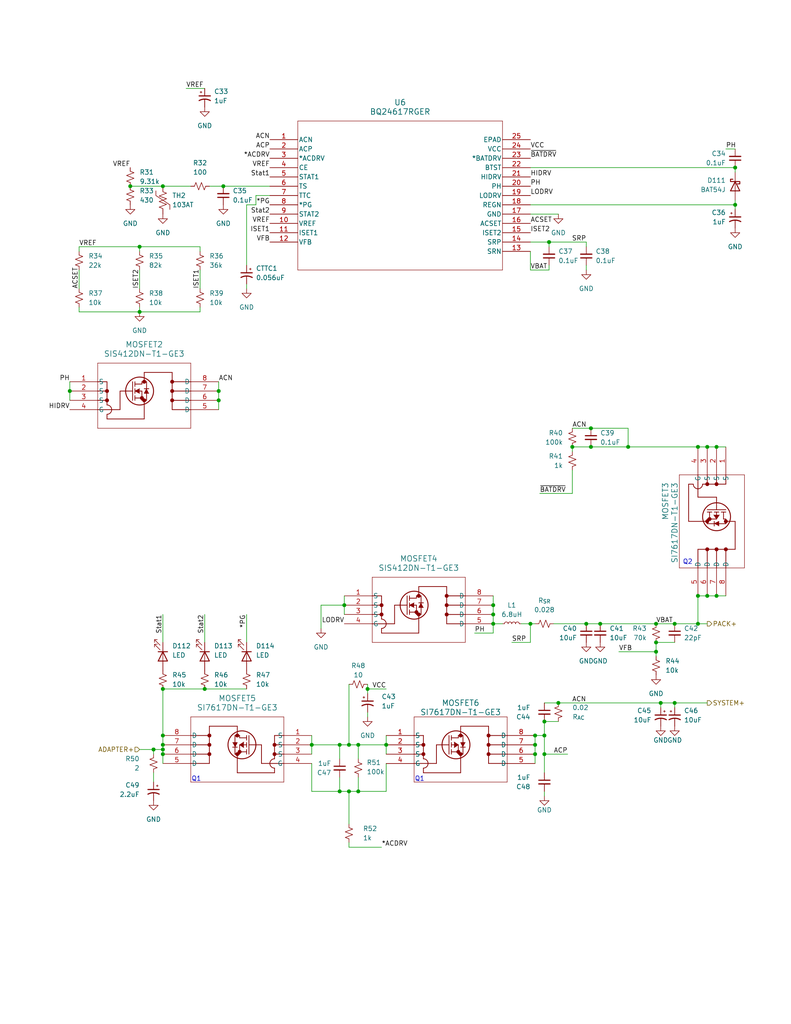
<source format=kicad_sch>
(kicad_sch (version 20231120) (generator "eeschema") (generator_version "8.0")
  (paper "USLetter" portrait)
  (title_block (rev "0"))
  (lib_symbols
    (symbol "BQ24617RGER:BQ24617RGER" (pin_names (offset 0.254))
      (property "Reference" "U" (at 35.56 10.16 0))
      (property "Value" "BQ24617RGER" (at 35.56 7.62 0))
      (symbol "BQ24617RGER_0_1"
        (polyline (pts (xy 7.62 -35.56) (xy 63.5 -35.56)) (stroke (width 0.127)))
        (polyline (pts (xy 7.62 5.08) (xy 7.62 -35.56)) (stroke (width 0.127)))
        (polyline (pts (xy 63.5 -35.56) (xy 63.5 5.08)) (stroke (width 0.127)))
        (polyline (pts (xy 63.5 5.08) (xy 7.62 5.08)) (stroke (width 0.127)))
        (pin input line (at 0 0 0) (length 7.62) (name "ACN") (number "1"))
        (pin input line (at 0 -22.86 0) (length 7.62) (name "VREF") (number "10"))
        (pin input line (at 0 -25.4 0) (length 7.62) (name "ISET1") (number "11"))
        (pin output line (at 0 -27.94 0) (length 7.62) (name "VFB") (number "12"))
        (pin output line (at 71.12 -30.48 180) (length 7.62) (name "SRN") (number "13"))
        (pin output line (at 71.12 -27.94 180) (length 7.62) (name "SRP") (number "14"))
        (pin input line (at 71.12 -25.4 180) (length 7.62) (name "ISET2") (number "15"))
        (pin input line (at 71.12 -22.86 180) (length 7.62) (name "ACSET") (number "16"))
        (pin power_in line (at 71.12 -20.32 180) (length 7.62) (name "GND") (number "17"))
        (pin output line (at 71.12 -17.78 180) (length 7.62) (name "REGN") (number "18"))
        (pin output line (at 71.12 -15.24 180) (length 7.62) (name "LODRV") (number "19"))
        (pin input line (at 0 -2.54 0) (length 7.62) (name "ACP") (number "2"))
        (pin output line (at 71.12 -12.7 180) (length 7.62) (name "PH") (number "20"))
        (pin output line (at 71.12 -10.16 180) (length 7.62) (name "HIDRV") (number "21"))
        (pin output line (at 71.12 -7.62 180) (length 7.62) (name "BTST") (number "22"))
        (pin output line (at 71.12 -5.08 180) (length 7.62) (name "*BATDRV") (number "23"))
        (pin power_in line (at 71.12 -2.54 180) (length 7.62) (name "VCC") (number "24"))
        (pin power_in line (at 71.12 0 180) (length 7.62) (name "EPAD") (number "25"))
        (pin input line (at 0 -5.08 0) (length 7.62) (name "*ACDRV") (number "3"))
        (pin input line (at 0 -7.62 0) (length 7.62) (name "CE") (number "4"))
        (pin input line (at 0 -10.16 0) (length 7.62) (name "STAT1") (number "5"))
        (pin input line (at 0 -12.7 0) (length 7.62) (name "TS") (number "6"))
        (pin output line (at 0 -15.24 0) (length 7.62) (name "TTC") (number "7"))
        (pin input line (at 0 -17.78 0) (length 7.62) (name "*PG") (number "8"))
        (pin input line (at 0 -20.32 0) (length 7.62) (name "STAT2") (number "9"))
      )
    )
    (symbol "Device:C_Polarized_Small_US" (pin_numbers hide) (pin_names (offset 0.254) hide)
      (property "Reference" "C" (at 0.254 1.778 0))
      (property "Value" "C_Polarized_Small_US" (at 0.254 -2.032 0))
      (symbol "C_Polarized_Small_US_0_1"
        (polyline (pts (xy -1.524 0.508) (xy 1.524 0.508)) (stroke (width 0.3048)))
        (polyline (pts (xy -1.27 1.524) (xy -0.762 1.524)))
        (polyline (pts (xy -1.016 1.27) (xy -1.016 1.778)))
        (arc (start 1.524 -0.762) (mid 0 -0.3734) (end -1.524 -0.762) (stroke (width 0.3048)))
      )
      (symbol "C_Polarized_Small_US_1_1"
        (pin passive line (at 0 2.54 270) (length 2.032) (name "~") (number "1"))
        (pin passive line (at 0 -2.54 90) (length 2.032) (name "~") (number "2"))
      )
    )
    (symbol "Device:C_Small" (pin_numbers hide) (pin_names (offset 0.254) hide)
      (property "Reference" "C" (at 0.254 1.778 0))
      (property "Value" "C_Small" (at 0.254 -2.032 0))
      (symbol "C_Small_0_1"
        (polyline (pts (xy -1.524 -0.508) (xy 1.524 -0.508)) (stroke (width 0.3302)))
        (polyline (pts (xy -1.524 0.508) (xy 1.524 0.508)) (stroke (width 0.3048)))
      )
      (symbol "C_Small_1_1"
        (pin passive line (at 0 2.54 270) (length 2.032) (name "~") (number "1"))
        (pin passive line (at 0 -2.54 90) (length 2.032) (name "~") (number "2"))
      )
    )
    (symbol "Device:LED" (pin_numbers hide) (pin_names (offset 1.016) hide)
      (property "Reference" "D" (at 0 2.54 0))
      (property "Value" "LED" (at 0 -2.54 0))
      (symbol "LED_0_1"
        (polyline (pts (xy -1.27 -1.27) (xy -1.27 1.27)) (stroke (width 0.254)))
        (polyline (pts (xy -1.27 0) (xy 1.27 0)))
        (polyline (pts (xy 1.27 -1.27) (xy 1.27 1.27) (xy -1.27 0) (xy 1.27 -1.27)) (stroke (width 0.254)))
        (polyline (pts (xy -3.048 -0.762) (xy -4.572 -2.286) (xy -3.81 -2.286) (xy -4.572 -2.286) (xy -4.572 -1.524)))
        (polyline (pts (xy -1.778 -0.762) (xy -3.302 -2.286) (xy -2.54 -2.286) (xy -3.302 -2.286) (xy -3.302 -1.524)))
      )
      (symbol "LED_1_1"
        (pin passive line (at -3.81 0 0) (length 2.54) (name "K") (number "1"))
        (pin passive line (at 3.81 0 180) (length 2.54) (name "A") (number "2"))
      )
    )
    (symbol "Device:L_Small" (pin_numbers hide) (pin_names (offset 0.254) hide)
      (property "Reference" "L" (at 0.762 1.016 0))
      (property "Value" "L_Small" (at 0.762 -1.016 0))
      (symbol "L_Small_0_1"
        (arc (start 0 -2.032) (mid 0.5058 -1.524) (end 0 -1.016))
        (arc (start 0 -1.016) (mid 0.5058 -0.508) (end 0 0))
        (arc (start 0 0) (mid 0.5058 0.508) (end 0 1.016))
        (arc (start 0 1.016) (mid 0.5058 1.524) (end 0 2.032))
      )
      (symbol "L_Small_1_1"
        (pin passive line (at 0 2.54 270) (length 0.508) (name "~") (number "1"))
        (pin passive line (at 0 -2.54 90) (length 0.508) (name "~") (number "2"))
      )
    )
    (symbol "Device:R_Small_US" (pin_numbers hide) (pin_names (offset 0.254) hide)
      (property "Reference" "R" (at 0.762 0.508 0))
      (property "Value" "R_Small_US" (at 0.762 -1.016 0))
      (symbol "R_Small_US_1_1"
        (polyline (pts (xy 0 0) (xy 1.016 -0.381) (xy 0 -0.762) (xy -1.016 -1.143) (xy 0 -1.524)))
        (polyline (pts (xy 0 1.524) (xy 1.016 1.143) (xy 0 0.762) (xy -1.016 0.381) (xy 0 0)))
        (pin passive line (at 0 2.54 270) (length 1.016) (name "~") (number "1"))
        (pin passive line (at 0 -2.54 90) (length 1.016) (name "~") (number "2"))
      )
    )
    (symbol "Device:Thermistor_US" (pin_numbers hide) (pin_names (offset 0))
      (property "Reference" "TH" (at 2.54 1.27 90))
      (property "Value" "Thermistor_US" (at -2.54 0 90))
      (symbol "Thermistor_US_0_1"
        (polyline (pts (xy 0 -2.286) (xy 0 -2.54)))
        (polyline (pts (xy 0 2.286) (xy 0 2.54)))
        (polyline (pts (xy 1.905 -1.27) (xy 1.905 -2.54)))
        (polyline (pts (xy -1.905 2.54) (xy -1.905 1.27) (xy 1.905 -1.27)))
        (polyline (pts (xy 0 -0.762) (xy 1.016 -1.143) (xy 0 -1.524) (xy -1.016 -1.905) (xy 0 -2.286)))
        (polyline (pts (xy 0 0.762) (xy 1.016 0.381) (xy 0 0) (xy -1.016 -0.381) (xy 0 -0.762)))
        (polyline (pts (xy 0 2.286) (xy 1.016 1.905) (xy 0 1.524) (xy -1.016 1.143) (xy 0 0.762)))
      )
      (symbol "Thermistor_US_1_1"
        (pin passive line (at 0 3.81 270) (length 1.27) (name "~") (number "1"))
        (pin passive line (at 0 -3.81 90) (length 1.27) (name "~") (number "2"))
      )
    )
    (symbol "Diode:BAT54J" (pin_numbers hide) (pin_names hide)
      (property "Reference" "D" (at 0 2.54 0))
      (property "Value" "BAT54J" (at 0 -2.54 0))
      (symbol "BAT54J_0_1"
        (polyline (pts (xy 1.27 0) (xy -1.27 0)))
        (polyline (pts (xy 1.27 1.27) (xy 1.27 -1.27) (xy -1.27 0) (xy 1.27 1.27)) (stroke (width 0.254)))
        (polyline (pts (xy -1.905 0.635) (xy -1.905 1.27) (xy -1.27 1.27) (xy -1.27 -1.27) (xy -0.635 -1.27) (xy -0.635 -0.635)) (stroke (width 0.254)))
      )
      (symbol "BAT54J_1_1"
        (pin passive line (at -3.81 0 0) (length 2.54) (name "K") (number "1"))
        (pin passive line (at 3.81 0 180) (length 2.54) (name "A") (number "2"))
      )
    )
    (symbol "SI7617DN-T1-GE3:SI7617DN-T1-GE3" (pin_names (offset 0.254))
      (property "Reference" "MOSFET" (at 20.32 10.16 0))
      (property "Value" "SI7617DN-T1-GE3" (at 20.32 7.62 0))
      (symbol "SI7617DN-T1-GE3_0_1"
        (polyline (pts (xy 7.62 -12.7) (xy 33.02 -12.7)) (stroke (width 0.127)))
        (polyline (pts (xy 7.62 -7.62) (xy 13.716 -7.62)) (stroke (width 0.2032)))
        (polyline (pts (xy 7.62 5.08) (xy 7.62 -12.7)) (stroke (width 0.127)))
        (polyline (pts (xy 10.16 -10.16) (xy 10.16 -8.89)) (stroke (width 0.2032)))
        (polyline (pts (xy 10.16 -6.35) (xy 10.16 0)) (stroke (width 0.2032)))
        (polyline (pts (xy 10.16 -5.08) (xy 7.62 -5.08)) (stroke (width 0.2032)))
        (polyline (pts (xy 10.16 -2.54) (xy 7.62 -2.54)) (stroke (width 0.2032)))
        (polyline (pts (xy 10.16 0) (xy 7.62 0)) (stroke (width 0.2032)))
        (polyline (pts (xy 13.716 -7.62) (xy 13.716 -2.54)) (stroke (width 0.2032)))
        (polyline (pts (xy 13.716 -2.54) (xy 17.145 -2.54)) (stroke (width 0.2032)))
        (polyline (pts (xy 17.145 -5.08) (xy 17.145 0)) (stroke (width 0.2032)))
        (polyline (pts (xy 17.78 -5.08) (xy 17.78 -3.81)) (stroke (width 0.2032)))
        (polyline (pts (xy 17.78 -4.445) (xy 19.685 -4.445)) (stroke (width 0.2032)))
        (polyline (pts (xy 17.78 -3.175) (xy 17.78 -1.905)) (stroke (width 0.2032)))
        (polyline (pts (xy 17.78 -2.54) (xy 19.685 -2.54)) (stroke (width 0.2032)))
        (polyline (pts (xy 17.78 -1.27) (xy 17.78 0)) (stroke (width 0.2032)))
        (polyline (pts (xy 17.78 -0.635) (xy 19.685 -0.635)) (stroke (width 0.2032)))
        (polyline (pts (xy 19.685 -5.08) (xy 19.685 -2.54)) (stroke (width 0.2032)))
        (polyline (pts (xy 19.685 -5.08) (xy 20.955 -5.08)) (stroke (width 0.2032)))
        (polyline (pts (xy 19.685 -0.635) (xy 19.685 0)) (stroke (width 0.2032)))
        (polyline (pts (xy 19.685 0) (xy 20.955 0)) (stroke (width 0.2032)))
        (polyline (pts (xy 20.32 -10.16) (xy 10.16 -10.16)) (stroke (width 0.2032)))
        (polyline (pts (xy 20.32 -10.16) (xy 20.32 -5.08)) (stroke (width 0.2032)))
        (polyline (pts (xy 20.32 0) (xy 20.32 2.54)) (stroke (width 0.2032)))
        (polyline (pts (xy 20.955 -5.08) (xy 20.955 -3.175)) (stroke (width 0.2032)))
        (polyline (pts (xy 20.955 -1.905) (xy 20.955 0)) (stroke (width 0.2032)))
        (polyline (pts (xy 21.59 -3.175) (xy 20.32 -3.175)) (stroke (width 0.2032)))
        (polyline (pts (xy 27.94 -7.62) (xy 27.94 2.54)) (stroke (width 0.2032)))
        (polyline (pts (xy 27.94 -7.62) (xy 33.02 -7.62)) (stroke (width 0.2032)))
        (polyline (pts (xy 27.94 -5.08) (xy 33.02 -5.08)) (stroke (width 0.2032)))
        (polyline (pts (xy 27.94 -2.54) (xy 33.02 -2.54)) (stroke (width 0.2032)))
        (polyline (pts (xy 27.94 0) (xy 33.02 0)) (stroke (width 0.2032)))
        (polyline (pts (xy 27.94 2.54) (xy 20.32 2.54)) (stroke (width 0.2032)))
        (polyline (pts (xy 33.02 -12.7) (xy 33.02 5.08)) (stroke (width 0.127)))
        (polyline (pts (xy 33.02 5.08) (xy 7.62 5.08)) (stroke (width 0.127)))
        (polyline (pts (xy 18.542 -1.778) (xy 19.685 -2.54) (xy 18.542 -3.302)) (fill (type outline)))
        (polyline (pts (xy 21.59 -1.905) (xy 20.32 -1.905) (xy 20.955 -3.175)) (fill (type outline)))
        (arc (start 10.16 -8.89) (mid 11.4244 -7.62) (end 10.16 -6.35) (stroke (width 0.2032)))
        (circle (center 10.16 -5.08) (radius 0.0254) (stroke (width 0.508)))
        (circle (center 10.16 -2.54) (radius 0.0254) (stroke (width 0.508)))
        (circle (center 19.05 -2.54) (radius 3.81) (stroke (width 0.254)))
        (circle (center 19.685 -4.445) (radius 0.0254) (stroke (width 0.508)))
        (circle (center 20.32 -5.08) (radius 0.0254) (stroke (width 0.508)))
        (circle (center 20.32 0) (radius 0.0254) (stroke (width 0.508)))
        (circle (center 27.94 -5.08) (radius 0.0254) (stroke (width 0.508)))
        (circle (center 27.94 -2.54) (radius 0.0254) (stroke (width 0.508)))
        (circle (center 27.94 0) (radius 0.0254) (stroke (width 0.508)))
        (pin unspecified line (at 0 0 0) (length 7.62) (name "S") (number "1"))
        (pin unspecified line (at 0 -2.54 0) (length 7.62) (name "S") (number "2"))
        (pin unspecified line (at 0 -5.08 0) (length 7.62) (name "S") (number "3"))
        (pin unspecified line (at 0 -7.62 0) (length 7.62) (name "G") (number "4"))
        (pin unspecified line (at 40.64 -7.62 180) (length 7.62) (name "D") (number "5"))
        (pin unspecified line (at 40.64 -5.08 180) (length 7.62) (name "D") (number "6"))
        (pin unspecified line (at 40.64 -2.54 180) (length 7.62) (name "D") (number "7"))
        (pin unspecified line (at 40.64 0 180) (length 7.62) (name "D") (number "8"))
      )
    )
    (symbol "SI7617DN-T1-GE3_1" (pin_names (offset 0.254))
      (property "Reference" "MOSFET" (at 20.32 10.16 0))
      (property "Value" "SI7617DN-T1-GE3" (at 20.32 7.62 0))
      (symbol "SI7617DN-T1-GE3_1_0_1"
        (polyline (pts (xy 7.62 -12.7) (xy 33.02 -12.7)) (stroke (width 0.127)))
        (polyline (pts (xy 7.62 -7.62) (xy 13.716 -7.62)) (stroke (width 0.2032)))
        (polyline (pts (xy 7.62 5.08) (xy 7.62 -12.7)) (stroke (width 0.127)))
        (polyline (pts (xy 10.16 -10.16) (xy 10.16 -8.89)) (stroke (width 0.2032)))
        (polyline (pts (xy 10.16 -6.35) (xy 10.16 0)) (stroke (width 0.2032)))
        (polyline (pts (xy 10.16 -5.08) (xy 7.62 -5.08)) (stroke (width 0.2032)))
        (polyline (pts (xy 10.16 -2.54) (xy 7.62 -2.54)) (stroke (width 0.2032)))
        (polyline (pts (xy 10.16 0) (xy 7.62 0)) (stroke (width 0.2032)))
        (polyline (pts (xy 13.716 -7.62) (xy 13.716 -2.54)) (stroke (width 0.2032)))
        (polyline (pts (xy 13.716 -2.54) (xy 17.145 -2.54)) (stroke (width 0.2032)))
        (polyline (pts (xy 17.145 -5.08) (xy 17.145 0)) (stroke (width 0.2032)))
        (polyline (pts (xy 17.78 -5.08) (xy 17.78 -3.81)) (stroke (width 0.2032)))
        (polyline (pts (xy 17.78 -4.445) (xy 19.685 -4.445)) (stroke (width 0.2032)))
        (polyline (pts (xy 17.78 -3.175) (xy 17.78 -1.905)) (stroke (width 0.2032)))
        (polyline (pts (xy 17.78 -2.54) (xy 19.685 -2.54)) (stroke (width 0.2032)))
        (polyline (pts (xy 17.78 -1.27) (xy 17.78 0)) (stroke (width 0.2032)))
        (polyline (pts (xy 17.78 -0.635) (xy 19.685 -0.635)) (stroke (width 0.2032)))
        (polyline (pts (xy 19.685 -5.08) (xy 19.685 -2.54)) (stroke (width 0.2032)))
        (polyline (pts (xy 19.685 -5.08) (xy 20.955 -5.08)) (stroke (width 0.2032)))
        (polyline (pts (xy 19.685 -0.635) (xy 19.685 0)) (stroke (width 0.2032)))
        (polyline (pts (xy 19.685 0) (xy 20.955 0)) (stroke (width 0.2032)))
        (polyline (pts (xy 20.32 -10.16) (xy 10.16 -10.16)) (stroke (width 0.2032)))
        (polyline (pts (xy 20.32 -10.16) (xy 20.32 -5.08)) (stroke (width 0.2032)))
        (polyline (pts (xy 20.32 0) (xy 20.32 2.54)) (stroke (width 0.2032)))
        (polyline (pts (xy 20.955 -5.08) (xy 20.955 -3.175)) (stroke (width 0.2032)))
        (polyline (pts (xy 20.955 -1.905) (xy 20.955 0)) (stroke (width 0.2032)))
        (polyline (pts (xy 21.59 -3.175) (xy 20.32 -3.175)) (stroke (width 0.2032)))
        (polyline (pts (xy 27.94 -7.62) (xy 27.94 2.54)) (stroke (width 0.2032)))
        (polyline (pts (xy 27.94 -7.62) (xy 33.02 -7.62)) (stroke (width 0.2032)))
        (polyline (pts (xy 27.94 -5.08) (xy 33.02 -5.08)) (stroke (width 0.2032)))
        (polyline (pts (xy 27.94 -2.54) (xy 33.02 -2.54)) (stroke (width 0.2032)))
        (polyline (pts (xy 27.94 0) (xy 33.02 0)) (stroke (width 0.2032)))
        (polyline (pts (xy 27.94 2.54) (xy 20.32 2.54)) (stroke (width 0.2032)))
        (polyline (pts (xy 33.02 -12.7) (xy 33.02 5.08)) (stroke (width 0.127)))
        (polyline (pts (xy 33.02 5.08) (xy 7.62 5.08)) (stroke (width 0.127)))
        (polyline (pts (xy 18.542 -1.778) (xy 19.685 -2.54) (xy 18.542 -3.302)) (fill (type outline)))
        (polyline (pts (xy 21.59 -1.905) (xy 20.32 -1.905) (xy 20.955 -3.175)) (fill (type outline)))
        (arc (start 10.16 -8.89) (mid 11.4244 -7.62) (end 10.16 -6.35) (stroke (width 0.2032)))
        (circle (center 10.16 -5.08) (radius 0.0254) (stroke (width 0.508)))
        (circle (center 10.16 -2.54) (radius 0.0254) (stroke (width 0.508)))
        (circle (center 19.05 -2.54) (radius 3.81) (stroke (width 0.254)))
        (circle (center 19.685 -4.445) (radius 0.0254) (stroke (width 0.508)))
        (circle (center 20.32 -5.08) (radius 0.0254) (stroke (width 0.508)))
        (circle (center 20.32 0) (radius 0.0254) (stroke (width 0.508)))
        (circle (center 27.94 -5.08) (radius 0.0254) (stroke (width 0.508)))
        (circle (center 27.94 -2.54) (radius 0.0254) (stroke (width 0.508)))
        (circle (center 27.94 0) (radius 0.0254) (stroke (width 0.508)))
        (pin unspecified line (at 0 0 0) (length 7.62) (name "S") (number "1"))
        (pin unspecified line (at 0 -2.54 0) (length 7.62) (name "S") (number "2"))
        (pin unspecified line (at 0 -5.08 0) (length 7.62) (name "S") (number "3"))
        (pin unspecified line (at 0 -7.62 0) (length 7.62) (name "G") (number "4"))
        (pin unspecified line (at 40.64 -7.62 180) (length 7.62) (name "D") (number "5"))
        (pin unspecified line (at 40.64 -5.08 180) (length 7.62) (name "D") (number "6"))
        (pin unspecified line (at 40.64 -2.54 180) (length 7.62) (name "D") (number "7"))
        (pin unspecified line (at 40.64 0 180) (length 7.62) (name "D") (number "8"))
      )
    )
    (symbol "SIS412DN:SIS412DN-T1-GE3" (pin_names (offset 0.254))
      (property "Reference" "MOSFET" (at 20.32 10.16 0))
      (property "Value" "SIS412DN-T1-GE3" (at 20.32 7.62 0))
      (symbol "SIS412DN-T1-GE3_0_1"
        (polyline (pts (xy 7.62 -12.7) (xy 33.02 -12.7)) (stroke (width 0.127)))
        (polyline (pts (xy 7.62 -7.62) (xy 13.716 -7.62)) (stroke (width 0.2032)))
        (polyline (pts (xy 7.62 5.08) (xy 7.62 -12.7)) (stroke (width 0.127)))
        (polyline (pts (xy 10.16 -10.16) (xy 10.16 -8.89)) (stroke (width 0.2032)))
        (polyline (pts (xy 10.16 -6.35) (xy 10.16 0)) (stroke (width 0.2032)))
        (polyline (pts (xy 10.16 -5.08) (xy 7.62 -5.08)) (stroke (width 0.2032)))
        (polyline (pts (xy 10.16 -2.54) (xy 7.62 -2.54)) (stroke (width 0.2032)))
        (polyline (pts (xy 10.16 0) (xy 7.62 0)) (stroke (width 0.2032)))
        (polyline (pts (xy 13.716 -7.62) (xy 13.716 -2.54)) (stroke (width 0.2032)))
        (polyline (pts (xy 13.716 -2.54) (xy 17.145 -2.54)) (stroke (width 0.2032)))
        (polyline (pts (xy 17.145 -5.08) (xy 17.145 0)) (stroke (width 0.2032)))
        (polyline (pts (xy 17.78 -5.08) (xy 17.78 -3.81)) (stroke (width 0.2032)))
        (polyline (pts (xy 17.78 -4.445) (xy 19.685 -4.445)) (stroke (width 0.2032)))
        (polyline (pts (xy 17.78 -3.175) (xy 17.78 -1.905)) (stroke (width 0.2032)))
        (polyline (pts (xy 17.78 -1.27) (xy 17.78 0)) (stroke (width 0.2032)))
        (polyline (pts (xy 17.78 -0.635) (xy 19.685 -0.635)) (stroke (width 0.2032)))
        (polyline (pts (xy 19.05 -2.54) (xy 19.685 -2.54)) (stroke (width 0.2032)))
        (polyline (pts (xy 19.685 -5.08) (xy 19.685 -2.54)) (stroke (width 0.2032)))
        (polyline (pts (xy 19.685 -5.08) (xy 20.955 -5.08)) (stroke (width 0.2032)))
        (polyline (pts (xy 19.685 -0.635) (xy 19.685 0)) (stroke (width 0.2032)))
        (polyline (pts (xy 19.685 0) (xy 20.955 0)) (stroke (width 0.2032)))
        (polyline (pts (xy 20.32 -10.16) (xy 10.16 -10.16)) (stroke (width 0.2032)))
        (polyline (pts (xy 20.32 -10.16) (xy 20.32 -5.08)) (stroke (width 0.2032)))
        (polyline (pts (xy 20.32 0) (xy 20.32 2.54)) (stroke (width 0.2032)))
        (polyline (pts (xy 20.955 -5.08) (xy 20.955 -3.175)) (stroke (width 0.2032)))
        (polyline (pts (xy 20.955 -1.905) (xy 20.955 0)) (stroke (width 0.2032)))
        (polyline (pts (xy 21.59 -1.905) (xy 20.32 -1.905)) (stroke (width 0.2032)))
        (polyline (pts (xy 27.94 -7.62) (xy 27.94 2.54)) (stroke (width 0.2032)))
        (polyline (pts (xy 27.94 -7.62) (xy 33.02 -7.62)) (stroke (width 0.2032)))
        (polyline (pts (xy 27.94 -5.08) (xy 33.02 -5.08)) (stroke (width 0.2032)))
        (polyline (pts (xy 27.94 -2.54) (xy 33.02 -2.54)) (stroke (width 0.2032)))
        (polyline (pts (xy 27.94 0) (xy 33.02 0)) (stroke (width 0.2032)))
        (polyline (pts (xy 27.94 2.54) (xy 20.32 2.54)) (stroke (width 0.2032)))
        (polyline (pts (xy 33.02 -12.7) (xy 33.02 5.08)) (stroke (width 0.127)))
        (polyline (pts (xy 33.02 5.08) (xy 7.62 5.08)) (stroke (width 0.127)))
        (polyline (pts (xy 19.05 -1.905) (xy 17.78 -2.54) (xy 19.05 -3.175)) (fill (type outline)))
        (polyline (pts (xy 21.59 -3.175) (xy 20.32 -3.175) (xy 20.955 -1.905)) (fill (type outline)))
        (arc (start 10.16 -8.89) (mid 11.4244 -7.62) (end 10.16 -6.35) (stroke (width 0.2032)))
        (circle (center 10.16 -5.08) (radius 0.0254) (stroke (width 0.508)))
        (circle (center 10.16 -2.54) (radius 0.0254) (stroke (width 0.508)))
        (circle (center 19.05 -2.54) (radius 3.81) (stroke (width 0.254)))
        (circle (center 19.685 -4.445) (radius 0.0254) (stroke (width 0.508)))
        (circle (center 20.32 -5.08) (radius 0.0254) (stroke (width 0.508)))
        (circle (center 20.32 0) (radius 0.0254) (stroke (width 0.508)))
        (circle (center 27.94 -5.08) (radius 0.0254) (stroke (width 0.508)))
        (circle (center 27.94 -2.54) (radius 0.0254) (stroke (width 0.508)))
        (circle (center 27.94 0) (radius 0.0254) (stroke (width 0.508)))
        (pin unspecified line (at 0 0 0) (length 7.62) (name "S") (number "1"))
        (pin unspecified line (at 0 -2.54 0) (length 7.62) (name "S") (number "2"))
        (pin unspecified line (at 0 -5.08 0) (length 7.62) (name "S") (number "3"))
        (pin unspecified line (at 0 -7.62 0) (length 7.62) (name "G") (number "4"))
        (pin unspecified line (at 40.64 -7.62 180) (length 7.62) (name "D") (number "5"))
        (pin unspecified line (at 40.64 -5.08 180) (length 7.62) (name "D") (number "6"))
        (pin unspecified line (at 40.64 -2.54 180) (length 7.62) (name "D") (number "7"))
        (pin unspecified line (at 40.64 0 180) (length 7.62) (name "D") (number "8"))
      )
    )
    (symbol "power:GND" (power) (pin_names (offset 0))
      (property "Value" "GND" (at 0 -3.81 0))
      (symbol "GND_0_1"
        (polyline (pts (xy 0 0) (xy 0 -1.27) (xy 1.27 -1.27) (xy 0 -2.54) (xy -1.27 -1.27) (xy 0 -1.27)))
      )
      (symbol "GND_1_1"
        (pin power_in line (at 0 0 270) (length 0) hide (name "GND") (number "1"))
      )
    )
  )
  (junction (at 149.86 66.04))
  (junction (at 161.29 116.84))
  (junction (at 44.45 200.66))
  (junction (at 184.15 191.77))
  (junction (at 93.98 165.1))
  (junction (at 35.56 50.8))
  (junction (at 148.59 196.85))
  (junction (at 44.45 205.74))
  (junction (at 100.33 187.96))
  (junction (at 195.58 162.56))
  (junction (at 38.1 67.31))
  (junction (at 148.59 205.74))
  (junction (at 200.66 55.88))
  (junction (at 190.5 162.56))
  (junction (at 180.34 191.77))
  (junction (at 59.69 109.22))
  (junction (at 195.58 121.92))
  (junction (at 163.83 170.18))
  (junction (at 184.15 170.18))
  (junction (at 144.78 170.18))
  (junction (at 97.79 203.2))
  (junction (at 193.04 162.56))
  (junction (at 146.05 205.74))
  (junction (at 161.29 121.92))
  (junction (at 156.21 121.92))
  (junction (at 134.62 170.18))
  (junction (at 59.69 106.68))
  (junction (at 146.05 200.66))
  (junction (at 97.79 215.9))
  (junction (at 134.62 167.64))
  (junction (at 171.45 121.92))
  (junction (at 38.1 85.09))
  (junction (at 95.25 203.2))
  (junction (at 200.66 45.72))
  (junction (at 193.04 121.92))
  (junction (at 44.45 187.96))
  (junction (at 95.25 215.9))
  (junction (at 179.07 177.8))
  (junction (at 92.71 203.2))
  (junction (at 44.45 50.8))
  (junction (at 190.5 170.18))
  (junction (at 92.71 215.9))
  (junction (at 60.96 50.8))
  (junction (at 85.09 203.2))
  (junction (at 179.07 175.26))
  (junction (at 146.05 203.2))
  (junction (at 41.91 204.47))
  (junction (at 190.5 121.92))
  (junction (at 148.59 200.66))
  (junction (at 19.05 106.68))
  (junction (at 179.07 170.18))
  (junction (at 160.02 170.18))
  (junction (at 55.88 187.96))
  (junction (at 44.45 204.47))
  (junction (at 44.45 203.2))
  (junction (at 134.62 165.1))
  (junction (at 152.4 191.77))
  (junction (at 105.41 203.2))
  (wire (pts (xy 67.31 55.88) (xy 67.31 72.39)))
  (wire (pts (xy 184.15 193.04) (xy 184.15 191.77)))
  (wire (pts (xy 161.29 116.84) (xy 171.45 116.84)))
  (wire (pts (xy 148.59 200.66) (xy 146.05 200.66)))
  (wire (pts (xy 95.25 215.9) (xy 95.25 224.79)))
  (wire (pts (xy 105.41 203.2) (xy 105.41 205.74)))
  (wire (pts (xy 21.59 67.31) (xy 38.1 67.31)))
  (wire (pts (xy 149.86 73.66) (xy 149.86 72.39)))
  (wire (pts (xy 195.58 121.92) (xy 193.04 121.92)))
  (wire (pts (xy 144.78 66.04) (xy 149.86 66.04)))
  (wire (pts (xy 21.59 85.09) (xy 21.59 83.82)))
  (wire (pts (xy 44.45 167.64) (xy 44.45 175.26)))
  (wire (pts (xy 21.59 85.09) (xy 38.1 85.09)))
  (wire (pts (xy 160.02 66.04) (xy 149.86 66.04)))
  (wire (pts (xy 148.59 205.74) (xy 148.59 200.66)))
  (wire (pts (xy 38.1 67.31) (xy 54.61 67.31)))
  (wire (pts (xy 85.09 215.9) (xy 92.71 215.9)))
  (wire (pts (xy 148.59 217.17) (xy 148.59 215.9)))
  (wire (pts (xy 148.59 200.66) (xy 148.59 196.85)))
  (wire (pts (xy 95.25 229.87) (xy 95.25 231.14)))
  (wire (pts (xy 59.69 109.22) (xy 59.69 111.76)))
  (wire (pts (xy 156.21 116.84) (xy 161.29 116.84)))
  (wire (pts (xy 146.05 208.28) (xy 146.05 205.74)))
  (wire (pts (xy 144.78 45.72) (xy 200.66 45.72)))
  (wire (pts (xy 100.33 194.31) (xy 100.33 195.58)))
  (wire (pts (xy 134.62 165.1) (xy 134.62 167.64)))
  (wire (pts (xy 200.66 54.61) (xy 200.66 55.88)))
  (wire (pts (xy 57.15 50.8) (xy 60.96 50.8)))
  (wire (pts (xy 93.98 165.1) (xy 93.98 167.64)))
  (wire (pts (xy 179.07 170.18) (xy 184.15 170.18)))
  (wire (pts (xy 38.1 73.66) (xy 38.1 78.74)))
  (wire (pts (xy 156.21 123.19) (xy 156.21 121.92)))
  (wire (pts (xy 152.4 196.85) (xy 148.59 196.85)))
  (wire (pts (xy 19.05 104.14) (xy 19.05 106.68)))
  (wire (pts (xy 35.56 50.8) (xy 44.45 50.8)))
  (wire (pts (xy 41.91 205.74) (xy 41.91 204.47)))
  (wire (pts (xy 44.45 200.66) (xy 44.45 187.96)))
  (wire (pts (xy 59.69 106.68) (xy 59.69 109.22)))
  (wire (pts (xy 41.91 204.47) (xy 44.45 204.47)))
  (wire (pts (xy 95.25 203.2) (xy 97.79 203.2)))
  (wire (pts (xy 144.78 68.58) (xy 144.78 73.66)))
  (wire (pts (xy 73.66 53.34) (xy 69.85 53.34)))
  (wire (pts (xy 54.61 85.09) (xy 54.61 83.82)))
  (wire (pts (xy 154.94 205.74) (xy 148.59 205.74)))
  (wire (pts (xy 95.25 186.69) (xy 95.25 203.2)))
  (wire (pts (xy 105.41 200.66) (xy 105.41 203.2)))
  (wire (pts (xy 95.25 231.14) (xy 104.14 231.14)))
  (wire (pts (xy 180.34 193.04) (xy 180.34 191.77)))
  (wire (pts (xy 55.88 167.64) (xy 55.88 175.26)))
  (wire (pts (xy 134.62 170.18) (xy 137.16 170.18)))
  (wire (pts (xy 160.02 67.31) (xy 160.02 66.04)))
  (wire (pts (xy 54.61 67.31) (xy 54.61 68.58)))
  (wire (pts (xy 92.71 215.9) (xy 95.25 215.9)))
  (wire (pts (xy 134.62 172.72) (xy 134.62 170.18)))
  (wire (pts (xy 60.96 50.8) (xy 73.66 50.8)))
  (wire (pts (xy 200.66 45.72) (xy 200.66 46.99)))
  (wire (pts (xy 190.5 121.92) (xy 193.04 121.92)))
  (wire (pts (xy 168.91 177.8) (xy 179.07 177.8)))
  (wire (pts (xy 41.91 213.36) (xy 41.91 210.82)))
  (wire (pts (xy 97.79 203.2) (xy 97.79 207.01)))
  (wire (pts (xy 59.69 104.14) (xy 59.69 106.68)))
  (wire (pts (xy 195.58 121.92) (xy 198.12 121.92)))
  (wire (pts (xy 171.45 121.92) (xy 190.5 121.92)))
  (wire (pts (xy 93.98 162.56) (xy 93.98 165.1)))
  (wire (pts (xy 148.59 205.74) (xy 148.59 210.82)))
  (wire (pts (xy 139.7 175.26) (xy 144.78 175.26)))
  (wire (pts (xy 38.1 85.09) (xy 54.61 85.09)))
  (wire (pts (xy 85.09 203.2) (xy 92.71 203.2)))
  (wire (pts (xy 44.45 200.66) (xy 44.45 203.2)))
  (wire (pts (xy 105.41 208.28) (xy 105.41 215.9)))
  (wire (pts (xy 38.1 204.47) (xy 41.91 204.47)))
  (wire (pts (xy 148.59 191.77) (xy 152.4 191.77)))
  (wire (pts (xy 38.1 85.09) (xy 38.1 83.82)))
  (wire (pts (xy 190.5 162.56) (xy 190.5 170.18)))
  (wire (pts (xy 149.86 66.04) (xy 149.86 67.31)))
  (wire (pts (xy 184.15 170.18) (xy 190.5 170.18)))
  (wire (pts (xy 19.05 106.68) (xy 19.05 109.22)))
  (wire (pts (xy 50.8 24.13) (xy 55.88 24.13)))
  (wire (pts (xy 144.78 73.66) (xy 149.86 73.66)))
  (wire (pts (xy 160.02 170.18) (xy 163.83 170.18)))
  (wire (pts (xy 105.41 187.96) (xy 100.33 187.96)))
  (wire (pts (xy 54.61 73.66) (xy 54.61 78.74)))
  (wire (pts (xy 142.24 170.18) (xy 144.78 170.18)))
  (wire (pts (xy 44.45 50.8) (xy 52.07 50.8)))
  (wire (pts (xy 171.45 121.92) (xy 171.45 116.84)))
  (wire (pts (xy 156.21 128.27) (xy 156.21 134.62)))
  (wire (pts (xy 92.71 212.09) (xy 92.71 215.9)))
  (wire (pts (xy 67.31 77.47) (xy 67.31 78.74)))
  (wire (pts (xy 160.02 73.66) (xy 160.02 72.39)))
  (wire (pts (xy 87.63 165.1) (xy 93.98 165.1)))
  (wire (pts (xy 44.45 204.47) (xy 44.45 205.74)))
  (wire (pts (xy 44.45 203.2) (xy 44.45 204.47)))
  (wire (pts (xy 38.1 67.31) (xy 38.1 68.58)))
  (wire (pts (xy 146.05 203.2) (xy 146.05 205.74)))
  (wire (pts (xy 156.21 121.92) (xy 161.29 121.92)))
  (wire (pts (xy 21.59 73.66) (xy 21.59 78.74)))
  (wire (pts (xy 163.83 170.18) (xy 179.07 170.18)))
  (wire (pts (xy 97.79 215.9) (xy 105.41 215.9)))
  (wire (pts (xy 184.15 191.77) (xy 180.34 191.77)))
  (wire (pts (xy 198.12 40.64) (xy 200.66 40.64)))
  (wire (pts (xy 161.29 121.92) (xy 171.45 121.92)))
  (wire (pts (xy 179.07 177.8) (xy 179.07 179.07)))
  (wire (pts (xy 151.13 170.18) (xy 160.02 170.18)))
  (wire (pts (xy 92.71 203.2) (xy 95.25 203.2)))
  (wire (pts (xy 97.79 203.2) (xy 105.41 203.2)))
  (wire (pts (xy 55.88 187.96) (xy 67.31 187.96)))
  (wire (pts (xy 193.04 162.56) (xy 195.58 162.56)))
  (wire (pts (xy 134.62 167.64) (xy 134.62 170.18)))
  (wire (pts (xy 85.09 208.28) (xy 85.09 215.9)))
  (wire (pts (xy 92.71 203.2) (xy 92.71 207.01)))
  (wire (pts (xy 147.32 134.62) (xy 156.21 134.62)))
  (wire (pts (xy 144.78 55.88) (xy 200.66 55.88)))
  (wire (pts (xy 195.58 162.56) (xy 198.12 162.56)))
  (wire (pts (xy 100.33 187.96) (xy 100.33 186.69)))
  (wire (pts (xy 87.63 171.45) (xy 87.63 165.1)))
  (wire (pts (xy 200.66 55.88) (xy 200.66 57.15)))
  (wire (pts (xy 95.25 215.9) (xy 97.79 215.9)))
  (wire (pts (xy 180.34 191.77) (xy 152.4 191.77)))
  (wire (pts (xy 190.5 170.18) (xy 193.04 170.18)))
  (wire (pts (xy 193.04 191.77) (xy 184.15 191.77)))
  (wire (pts (xy 67.31 167.64) (xy 67.31 175.26)))
  (wire (pts (xy 146.05 200.66) (xy 146.05 203.2)))
  (wire (pts (xy 144.78 170.18) (xy 144.78 175.26)))
  (wire (pts (xy 193.04 162.56) (xy 190.5 162.56)))
  (wire (pts (xy 44.45 208.28) (xy 44.45 205.74)))
  (wire (pts (xy 67.31 55.88) (xy 69.85 55.88)))
  (wire (pts (xy 134.62 162.56) (xy 134.62 165.1)))
  (wire (pts (xy 179.07 175.26) (xy 184.15 175.26)))
  (wire (pts (xy 44.45 187.96) (xy 55.88 187.96)))
  (wire (pts (xy 69.85 53.34) (xy 69.85 55.88)))
  (wire (pts (xy 179.07 175.26) (xy 179.07 177.8)))
  (wire (pts (xy 144.78 170.18) (xy 146.05 170.18)))
  (wire (pts (xy 21.59 67.31) (xy 21.59 68.58)))
  (wire (pts (xy 85.09 200.66) (xy 85.09 203.2)))
  (wire (pts (xy 97.79 212.09) (xy 97.79 215.9)))
  (wire (pts (xy 100.33 187.96) (xy 100.33 189.23)))
  (wire (pts (xy 129.54 172.72) (xy 134.62 172.72)))
  (wire (pts (xy 85.09 203.2) (xy 85.09 205.74)))
  (wire (pts (xy 144.78 58.42) (xy 152.4 58.42)))
  (text "Q2" (at 187.706 153.416 0) (effects (font (size 1.27 1.27))))
  (text "Q1" (at 53.594 212.598 0) (effects (font (size 1.27 1.27))))
  (text "Q1" (at 114.554 212.598 0) (effects (font (size 1.27 1.27))))
  (label "PH" (at 129.54 172.72 0))
  (label "VREF" (at 73.66 45.72 180))
  (label "ACSET" (at 21.59 78.74 90))
  (label "ISET2" (at 144.78 63.5 0))
  (label "ACN" (at 156.21 116.84 0))
  (label "*PG" (at 73.66 55.88 180))
  (label "LODRV" (at 144.78 53.34 0))
  (label "ISET1" (at 54.61 78.74 90))
  (label "ISET1" (at 73.66 63.5 180))
  (label "VCC" (at 105.41 187.96 180))
  (label "HIDRV" (at 19.05 111.76 180))
  (label "ACN" (at 73.66 38.1 180))
  (label "Stat2" (at 55.88 167.64 270))
  (label "HIDRV" (at 144.78 48.26 0))
  (label "SRP" (at 139.7 175.26 0))
  (label "Stat1" (at 44.45 167.64 270))
  (label "VREF" (at 21.59 67.31 0))
  (label "PH" (at 198.12 40.64 0))
  (label "Stat2" (at 73.66 58.42 180))
  (label "VREF" (at 50.8 24.13 0))
  (label "*ACDRV" (at 73.66 43.18 180))
  (label "SRP" (at 160.02 66.04 180))
  (label "VBAT" (at 179.07 170.18 0))
  (label "ACN" (at 160.02 191.77 180))
  (label "PH" (at 144.78 50.8 0))
  (label "VFB" (at 73.66 66.04 180))
  (label "VREF" (at 35.56 45.72 180))
  (label "VCC" (at 144.78 40.64 0))
  (label "ACP" (at 73.66 40.64 180))
  (label "*ACDRV" (at 104.14 231.14 0))
  (label "~{BATDRV}" (at 147.32 134.62 0))
  (label "LODRV" (at 93.98 170.18 180))
  (label "ACN" (at 59.69 104.14 0))
  (label "ACP" (at 154.94 205.74 180))
  (label "VFB" (at 168.91 177.8 0))
  (label "PH" (at 19.05 104.14 180))
  (label "ACSET" (at 144.78 60.96 0))
  (label "*PG" (at 67.31 167.64 270))
  (label "ISET2" (at 38.1 78.74 90))
  (label "VBAT" (at 144.78 73.66 0))
  (label "Stat1" (at 73.66 48.26 180))
  (label "VREF" (at 73.66 60.96 180))
  (label "~{BATDRV}" (at 144.78 43.18 0))
  (hierarchical_label "ADAPTER+" (shape input) (at 38.1 204.47 180))
  (hierarchical_label "SYSTEM+" (shape output) (at 193.04 191.77 0))
  (hierarchical_label "PACK+" (shape output) (at 193.04 170.18 0))
  (symbol (lib_id "power:GND") (at 152.4 58.42 0) (unit 1)
    (property "Reference" "#PWR052" (effects (hide yes)))
    (property "Value" "GND" (at 152.4 63.5 0))
    (property "Description" "Power symbol creates a global label with name \"GND\" , ground" (effects (hide yes)))
  )
  (symbol (lib_id "Device:R_Small_US") (at 21.59 81.28 0) (unit 1)
    (property "Reference" "R37" (at 24.13 80.0099 0) (effects (justify left)))
    (property "Value" "10k" (at 24.13 82.5499 0) (effects (justify left)))
    (property "Description" "Resistor, small US symbol" (effects (hide yes)))
  )
  (symbol (lib_id "power:GND") (at 180.34 198.12 0) (unit 1)
    (property "Reference" "#PWR062" (effects (hide yes)))
    (property "Value" "GND" (at 180.34 201.93 0))
    (property "Description" "Power symbol creates a global label with name \"GND\" , ground" (effects (hide yes)))
  )
  (symbol (lib_id "Device:C_Small") (at 149.86 69.85 180) (unit 1)
    (property "Reference" "C37" (at 152.4 68.5735 0) (effects (justify right)))
    (property "Value" "0.1uF" (at 152.4 71.1135 0) (effects (justify right)))
    (property "Description" "Unpolarized capacitor, small symbol" (effects (hide yes)))
  )
  (symbol (lib_id "Device:C_Small") (at 60.96 53.34 180) (unit 1)
    (property "Reference" "C35" (at 63.5 52.0635 0) (effects (justify right)))
    (property "Value" "0.1uF" (at 63.5 54.6035 0) (effects (justify right)))
    (property "Description" "Unpolarized capacitor, small symbol" (effects (hide yes)))
  )
  (symbol (lib_id "Device:C_Polarized_Small_US") (at 41.91 215.9 0) (mirror y) (unit 1)
    (property "Reference" "C49" (at 38.1 214.1981 0) (effects (justify left)))
    (property "Value" "2.2uF" (at 38.1 216.7381 0) (effects (justify left)))
    (property "Description" "Polarized capacitor, small US symbol" (effects (hide yes)))
  )
  (symbol (lib_id "Device:C_Small") (at 184.15 172.72 0) (unit 1)
    (property "Reference" "C42" (at 186.69 171.4562 0) (effects (justify left)))
    (property "Value" "22pF" (at 186.69 173.9962 0) (effects (justify left)))
    (property "Description" "Unpolarized capacitor, small symbol" (effects (hide yes)))
  )
  (symbol (lib_id "Device:R_Small_US") (at 38.1 81.28 0) (unit 1)
    (property "Reference" "R38" (at 40.64 80.0099 0) (effects (justify left)))
    (property "Value" "10k" (at 40.64 82.5499 0) (effects (justify left)))
    (property "Description" "Resistor, small US symbol" (effects (hide yes)))
  )
  (symbol (lib_id "BQ24617RGER:BQ24617RGER") (at 73.66 38.1 0) (unit 1)
    (property "Reference" "U6" (at 109.22 27.94 0) (effects (font (size 1.524 1.524))))
    (property "Value" "BQ24617RGER" (at 109.22 30.48 0) (effects (font (size 1.524 1.524))))
    (property "Footprint" "RGE24_2P45X2P45" (effects (hide yes)))
    (property "Datasheet" "BQ24617RGER" (effects (hide yes)))
  )
  (symbol (lib_id "Device:R_Small_US") (at 156.21 119.38 0) (mirror y) (unit 1)
    (property "Reference" "R40" (at 153.67 118.1099 0) (effects (justify left)))
    (property "Value" "100k" (at 153.67 120.6499 0) (effects (justify left)))
    (property "Description" "Resistor, small US symbol" (effects (hide yes)))
  )
  (symbol (lib_id "Device:C_Polarized_Small_US") (at 184.15 195.58 0) (unit 1)
    (property "Reference" "C46" (at 186.69 193.8781 0) (effects (justify left)))
    (property "Value" "10uF" (at 186.69 196.4181 0) (effects (justify left)))
    (property "Description" "Polarized capacitor, small US symbol" (effects (hide yes)))
  )
  (symbol (lib_id "Diode:BAT54J") (at 200.66 50.8 90) (mirror x) (unit 1)
    (property "Reference" "D111" (at 198.12 49.2124 90) (effects (justify left)))
    (property "Value" "BAT54J" (at 198.12 51.7524 90) (effects (justify left)))
    (property "Footprint" "Diode_SMD:D_SOD-323F" (effects (hide yes)))
    (property "Datasheet" "https://assets.nexperia.com/documents/data-sheet/BAT54J.pdf" (effects (hide yes)))
    (property "Description" "30V 200mA Schottky diode, SOD-323F" (effects (hide yes)))
  )
  (symbol (lib_id "power:GND") (at 60.96 55.88 0) (unit 1)
    (property "Reference" "#PWR051" (effects (hide yes)))
    (property "Value" "GND" (at 60.96 60.96 0))
    (property "Description" "Power symbol creates a global label with name \"GND\" , ground" (effects (hide yes)))
  )
  (symbol (lib_id "Device:R_Small_US") (at 95.25 227.33 0) (unit 1)
    (property "Reference" "R52" (at 99.06 226.0599 0) (effects (justify left)))
    (property "Value" "1k" (at 99.06 228.5999 0) (effects (justify left)))
    (property "Description" "Resistor, small US symbol" (effects (hide yes)))
  )
  (symbol (lib_id "Device:C_Polarized_Small_US") (at 200.66 59.69 0) (unit 1)
    (property "Reference" "C36" (at 198.12 57.9881 0) (effects (justify right)))
    (property "Value" "1uF" (at 198.12 60.5281 0) (effects (justify right)))
    (property "Description" "Polarized capacitor, small US symbol" (effects (hide yes)))
  )
  (symbol (lib_id "Device:C_Small") (at 148.59 213.36 0) (unit 1)
    (property "Reference" "C48" (at 144.78 214.6365 0) (effects (justify right)))
    (property "Value" "1uF" (at 144.78 212.0965 0) (effects (justify right)))
    (property "Description" "Unpolarized capacitor, small symbol" (effects (hide yes)))
  )
  (symbol (lib_id "power:GND") (at 44.45 58.42 0) (unit 1)
    (property "Reference" "#PWR066" (effects (hide yes)))
    (property "Value" "GND" (at 44.45 63.5 0))
    (property "Description" "Power symbol creates a global label with name \"GND\" , ground" (effects (hide yes)))
  )
  (symbol (lib_id "SIS412DN:SIS412DN-T1-GE3") (at 19.05 104.14 0) (unit 1)
    (property "Reference" "MOSFET2" (at 39.37 93.98 0) (effects (font (size 1.524 1.524))))
    (property "Value" "SIS412DN-T1-GE3" (at 39.37 96.52 0) (effects (font (size 1.524 1.524))))
    (property "Footprint" "POWERPAK_1212-8" (effects (hide yes)))
    (property "Datasheet" "SIS412DN-T1-GE3" (effects (hide yes)))
  )
  (symbol (lib_id "power:GND") (at 35.56 55.88 0) (unit 1)
    (property "Reference" "#PWR050" (effects (hide yes)))
    (property "Value" "GND" (at 35.56 60.96 0))
    (property "Description" "Power symbol creates a global label with name \"GND\" , ground" (effects (hide yes)))
  )
  (symbol (lib_id "Device:R_Small_US") (at 35.56 53.34 0) (unit 1)
    (property "Reference" "R33" (at 38.1 52.0699 0) (effects (justify left)))
    (property "Value" "430" (at 38.1 54.6099 0) (effects (justify left)))
    (property "Description" "Resistor, small US symbol" (effects (hide yes)))
  )
  (symbol (lib_id "SI7617DN-T1-GE3:SI7617DN-T1-GE3") (at 105.41 200.66 0) (unit 1)
    (property "Reference" "MOSFET6" (at 125.73 191.77 0) (effects (font (size 1.524 1.524))))
    (property "Value" "SI7617DN-T1-GE3" (at 125.73 194.31 0) (effects (font (size 1.524 1.524))))
    (property "Footprint" "POWERPAK_1212-8_VIS" (effects (hide yes)))
    (property "Datasheet" "SI7617DN-T1-GE3" (effects (hide yes)))
  )
  (symbol (lib_id "Device:R_Small_US") (at 54.61 50.8 90) (unit 1)
    (property "Reference" "R32" (at 54.61 44.45 90))
    (property "Value" "100" (at 54.61 46.99 90))
    (property "Description" "Resistor, small US symbol" (effects (hide yes)))
  )
  (symbol (lib_id "power:GND") (at 148.59 217.17 0) (unit 1)
    (property "Reference" "#PWR064" (effects (hide yes)))
    (property "Value" "GND" (at 148.59 220.98 0))
    (property "Description" "Power symbol creates a global label with name \"GND\" , ground" (effects (hide yes)))
  )
  (symbol (lib_id "Device:R_Small_US") (at 179.07 172.72 0) (mirror y) (unit 1)
    (property "Reference" "R43" (at 176.53 171.4499 0) (effects (justify left)))
    (property "Value" "70k" (at 176.53 173.9899 0) (effects (justify left)))
    (property "Description" "Resistor, small US symbol" (effects (hide yes)))
  )
  (symbol (lib_id "Device:C_Small") (at 161.29 119.38 0) (unit 1)
    (property "Reference" "C39" (at 163.83 118.1162 0) (effects (justify left)))
    (property "Value" "0.1uF" (at 163.83 120.6562 0) (effects (justify left)))
    (property "Description" "Unpolarized capacitor, small symbol" (effects (hide yes)))
  )
  (symbol (lib_id "Device:R_Small_US") (at 38.1 71.12 0) (unit 1)
    (property "Reference" "R35" (at 40.64 69.8499 0) (effects (justify left)))
    (property "Value" "82k" (at 40.64 72.3899 0) (effects (justify left)))
    (property "Description" "Resistor, small US symbol" (effects (hide yes)))
  )
  (symbol (lib_id "power:GND") (at 200.66 62.23 0) (mirror y) (unit 1)
    (property "Reference" "#PWR053" (effects (hide yes)))
    (property "Value" "GND" (at 200.66 67.31 0))
    (property "Description" "Power symbol creates a global label with name \"GND\" , ground" (effects (hide yes)))
  )
  (symbol (lib_id "power:GND") (at 67.31 78.74 0) (unit 1)
    (property "Reference" "#PWR055" (effects (hide yes)))
    (property "Value" "GND" (at 67.31 83.82 0))
    (property "Description" "Power symbol creates a global label with name \"GND\" , ground" (effects (hide yes)))
  )
  (symbol (lib_id "power:GND") (at 55.88 29.21 0) (unit 1)
    (property "Reference" "#PWR049" (effects (hide yes)))
    (property "Value" "GND" (at 55.88 34.29 0))
    (property "Description" "Power symbol creates a global label with name \"GND\" , ground" (effects (hide yes)))
  )
  (symbol (lib_id "power:GND") (at 41.91 218.44 0) (mirror y) (unit 1)
    (property "Reference" "#PWR065" (effects (hide yes)))
    (property "Value" "GND" (at 41.91 223.52 0))
    (property "Description" "Power symbol creates a global label with name \"GND\" , ground" (effects (hide yes)))
  )
  (symbol (lib_id "Device:C_Small") (at 160.02 172.72 0) (mirror y) (unit 1)
    (property "Reference" "C40" (at 157.48 171.4562 0) (effects (justify left)))
    (property "Value" "10uF" (at 157.48 173.9962 0) (effects (justify left)))
    (property "Description" "Unpolarized capacitor, small symbol" (effects (hide yes)))
  )
  (symbol (lib_id "power:GND") (at 163.83 175.26 0) (unit 1)
    (property "Reference" "#PWR059" (effects (hide yes)))
    (property "Value" "GND" (at 163.83 180.34 0))
    (property "Description" "Power symbol creates a global label with name \"GND\" , ground" (effects (hide yes)))
  )
  (symbol (lib_id "Device:R_Small_US") (at 44.45 185.42 0) (unit 1)
    (property "Reference" "R45" (at 46.99 184.1499 0) (effects (justify left)))
    (property "Value" "10k" (at 46.99 186.6899 0) (effects (justify left)))
    (property "Description" "Resistor, small US symbol" (effects (hide yes)))
  )
  (symbol (lib_id "power:GND") (at 160.02 73.66 0) (unit 1)
    (property "Reference" "#PWR054" (effects (hide yes)))
    (property "Value" "GND" (at 160.02 78.74 0))
    (property "Description" "Power symbol creates a global label with name \"GND\" , ground" (effects (hide yes)))
  )
  (symbol (lib_id "power:GND") (at 87.63 171.45 0) (unit 1)
    (property "Reference" "#PWR057" (effects (hide yes)))
    (property "Value" "GND" (at 87.63 176.53 0))
    (property "Description" "Power symbol creates a global label with name \"GND\" , ground" (effects (hide yes)))
  )
  (symbol (lib_id "Device:R_Small_US") (at 54.61 81.28 0) (unit 1)
    (property "Reference" "R39" (at 57.15 80.0099 0) (effects (justify left)))
    (property "Value" "10k" (at 57.15 82.5499 0) (effects (justify left)))
    (property "Description" "Resistor, small US symbol" (effects (hide yes)))
  )
  (symbol (lib_id "Device:R_Small_US") (at 156.21 125.73 0) (mirror y) (unit 1)
    (property "Reference" "R41" (at 153.67 124.4599 0) (effects (justify left)))
    (property "Value" "1k" (at 153.67 126.9999 0) (effects (justify left)))
    (property "Description" "Resistor, small US symbol" (effects (hide yes)))
  )
  (symbol (lib_id "power:GND") (at 160.02 175.26 0) (unit 1)
    (property "Reference" "#PWR058" (effects (hide yes)))
    (property "Value" "GND" (at 160.02 180.34 0))
    (property "Description" "Power symbol creates a global label with name \"GND\" , ground" (effects (hide yes)))
  )
  (symbol (lib_id "Device:R_Small_US") (at 152.4 194.31 0) (mirror x) (unit 1)
    (property "Reference" "R_{AC}" (at 156.21 195.5801 0) (effects (justify left)))
    (property "Value" "0.02" (at 156.21 193.0401 0) (effects (justify left)))
    (property "Description" "Resistor, small US symbol" (effects (hide yes)))
  )
  (symbol (lib_id "power:GND") (at 184.15 198.12 0) (unit 1)
    (property "Reference" "#PWR063" (effects (hide yes)))
    (property "Value" "GND" (at 184.15 201.93 0))
    (property "Description" "Power symbol creates a global label with name \"GND\" , ground" (effects (hide yes)))
  )
  (symbol (lib_id "Device:C_Polarized_Small_US") (at 67.31 74.93 0) (mirror y) (unit 1)
    (property "Reference" "CTTC1" (at 69.85 73.2281 0) (effects (justify right)))
    (property "Value" "0.056uF" (at 69.85 75.7681 0) (effects (justify right)))
    (property "Description" "Polarized capacitor, small US symbol" (effects (hide yes)))
  )
  (symbol (lib_id "Device:R_Small_US") (at 67.31 185.42 0) (unit 1)
    (property "Reference" "R47" (at 69.85 184.1499 0) (effects (justify left)))
    (property "Value" "10k" (at 69.85 186.6899 0) (effects (justify left)))
    (property "Description" "Resistor, small US symbol" (effects (hide yes)))
  )
  (symbol (lib_id "Device:R_Small_US") (at 97.79 209.55 0) (unit 1)
    (property "Reference" "R51" (at 100.076 208.026 0) (effects (justify left)))
    (property "Value" "100k" (at 100.076 210.566 0) (effects (justify left)))
    (property "Description" "Resistor, small US symbol" (effects (hide yes)))
  )
  (symbol (lib_id "Device:R_Small_US") (at 55.88 185.42 0) (unit 1)
    (property "Reference" "R46" (at 58.42 184.1499 0) (effects (justify left)))
    (property "Value" "10k" (at 58.42 186.6899 0) (effects (justify left)))
    (property "Description" "Resistor, small US symbol" (effects (hide yes)))
  )
  (symbol (lib_id "Device:R_Small_US") (at 148.59 170.18 90) (unit 1)
    (property "Reference" "R_{SR}" (at 148.59 163.83 90))
    (property "Value" "0.028" (at 148.59 166.37 90))
    (property "Description" "Resistor, small US symbol" (effects (hide yes)))
  )
  (symbol (lib_id "Device:LED") (at 67.31 179.07 270) (unit 1)
    (property "Reference" "D114" (at 69.85 176.2124 90) (effects (justify left)))
    (property "Value" "LED" (at 69.85 178.7524 90) (effects (justify left)))
    (property "Description" "Light emitting diode" (effects (hide yes)))
  )
  (symbol (lib_id "Device:Thermistor_US") (at 44.45 54.61 0) (unit 1)
    (property "Reference" "TH2" (at 46.99 53.3399 0) (effects (justify left)))
    (property "Value" "103AT" (at 46.99 55.8799 0) (effects (justify left)))
    (property "Description" "Thermistor, temperature dependent resistor, US symbol" (effects (hide yes)))
  )
  (symbol (lib_id "power:GND") (at 100.33 195.58 0) (unit 1)
    (property "Reference" "#PWR061" (effects (hide yes)))
    (property "Value" "GND" (at 100.33 200.66 0))
    (property "Description" "Power symbol creates a global label with name \"GND\" , ground" (effects (hide yes)))
  )
  (symbol (lib_id "Device:LED") (at 55.88 179.07 270) (unit 1)
    (property "Reference" "D113" (at 58.42 176.2124 90) (effects (justify left)))
    (property "Value" "LED" (at 58.42 178.7524 90) (effects (justify left)))
    (property "Description" "Light emitting diode" (effects (hide yes)))
  )
  (symbol (lib_id "Device:C_Polarized_Small_US") (at 100.33 191.77 0) (unit 1)
    (property "Reference" "C43" (at 104.14 190.0681 0) (effects (justify left)))
    (property "Value" "1uF" (at 104.14 192.6081 0) (effects (justify left)))
    (property "Description" "Polarized capacitor, small US symbol" (effects (hide yes)))
  )
  (symbol (lib_id "Device:L_Small") (at 139.7 170.18 90) (unit 1)
    (property "Reference" "L1" (at 139.7 165.1 90))
    (property "Value" "6.8uH" (at 139.7 167.64 90))
    (property "Description" "Inductor, small symbol" (effects (hide yes)))
  )
  (symbol (lib_id "SIS412DN:SIS412DN-T1-GE3") (at 93.98 162.56 0) (unit 1)
    (property "Reference" "MOSFET4" (at 114.3 152.4 0) (effects (font (size 1.524 1.524))))
    (property "Value" "SIS412DN-T1-GE3" (at 114.3 154.94 0) (effects (font (size 1.524 1.524))))
    (property "Footprint" "POWERPAK_1212-8" (effects (hide yes)))
    (property "Datasheet" "SIS412DN-T1-GE3" (effects (hide yes)))
  )
  (symbol (lib_id "Device:R_Small_US") (at 21.59 71.12 0) (unit 1)
    (property "Reference" "R34" (at 24.13 69.8499 0) (effects (justify left)))
    (property "Value" "22k" (at 24.13 72.3899 0) (effects (justify left)))
    (property "Description" "Resistor, small US symbol" (effects (hide yes)))
  )
  (symbol (lib_id "Device:R_Small_US") (at 179.07 181.61 0) (unit 1)
    (property "Reference" "R44" (at 181.61 180.3399 0) (effects (justify left)))
    (property "Value" "10k" (at 181.61 182.8799 0) (effects (justify left)))
    (property "Description" "Resistor, small US symbol" (effects (hide yes)))
  )
  (symbol (lib_id "power:GND") (at 179.07 184.15 0) (unit 1)
    (property "Reference" "#PWR060" (effects (hide yes)))
    (property "Value" "GND" (at 179.07 189.23 0))
    (property "Description" "Power symbol creates a global label with name \"GND\" , ground" (effects (hide yes)))
  )
  (symbol (lib_id "Device:C_Small") (at 160.02 69.85 180) (unit 1)
    (property "Reference" "C38" (at 162.56 68.5735 0) (effects (justify right)))
    (property "Value" "0.1uF" (at 162.56 71.1135 0) (effects (justify right)))
    (property "Description" "Unpolarized capacitor, small symbol" (effects (hide yes)))
  )
  (symbol (lib_id "Device:C_Small") (at 200.66 43.18 0) (mirror x) (unit 1)
    (property "Reference" "C34" (at 198.12 41.9035 0) (effects (justify right)))
    (property "Value" "0.1uF" (at 198.12 44.4435 0) (effects (justify right)))
    (property "Description" "Unpolarized capacitor, small symbol" (effects (hide yes)))
  )
  (symbol (lib_id "power:GND") (at 38.1 85.09 0) (unit 1)
    (property "Reference" "#PWR056" (effects (hide yes)))
    (property "Value" "GND" (at 38.1 90.17 0))
    (property "Description" "Power symbol creates a global label with name \"GND\" , ground" (effects (hide yes)))
  )
  (symbol (lib_id "Device:C_Small") (at 92.71 209.55 0) (unit 1)
    (property "Reference" "C47" (at 90.424 210.82 0) (effects (justify right)))
    (property "Value" "1uF" (at 90.424 208.28 0) (effects (justify right)))
    (property "Description" "Unpolarized capacitor, small symbol" (effects (hide yes)))
  )
  (symbol (lib_id "Device:LED") (at 44.45 179.07 270) (unit 1)
    (property "Reference" "D112" (at 46.99 176.2124 90) (effects (justify left)))
    (property "Value" "LED" (at 46.99 178.7524 90) (effects (justify left)))
    (property "Description" "Light emitting diode" (effects (hide yes)))
  )
  (symbol (lib_name "SI7617DN-T1-GE3_1") (lib_id "SI7617DN-T1-GE3:SI7617DN-T1-GE3") (at 198.12 121.92 270) (unit 1)
    (property "Reference" "MOSFET3" (at 181.61 131.572 0) (effects (font (size 1.524 1.524)) (justify left)))
    (property "Value" "SI7617DN-T1-GE3" (at 184.15 131.572 0) (effects (font (size 1.524 1.524)) (justify left)))
    (property "Footprint" "POWERPAK_1212-8_VIS" (effects (hide yes)))
    (property "Datasheet" "SI7617DN-T1-GE3" (effects (hide yes)))
  )
  (symbol (lib_id "Device:R_Small_US") (at 35.56 48.26 0) (unit 1)
    (property "Reference" "R31" (at 38.1 46.9899 0) (effects (justify left)))
    (property "Value" "9.31k" (at 38.1 49.5299 0) (effects (justify left)))
    (property "Description" "Resistor, small US symbol" (effects (hide yes)))
  )
  (symbol (lib_id "Device:C_Small") (at 148.59 194.31 0) (unit 1)
    (property "Reference" "C44" (at 144.78 195.5865 0) (effects (justify right)))
    (property "Value" "1uF" (at 144.78 193.0465 0) (effects (justify right)))
    (property "Description" "Unpolarized capacitor, small symbol" (effects (hide yes)))
  )
  (symbol (lib_id "SI7617DN-T1-GE3:SI7617DN-T1-GE3") (at 85.09 200.66 0) (mirror y) (unit 1)
    (property "Reference" "MOSFET5" (at 64.77 190.5 0) (effects (font (size 1.524 1.524))))
    (property "Value" "SI7617DN-T1-GE3" (at 64.77 193.04 0) (effects (font (size 1.524 1.524))))
    (property "Footprint" "POWERPAK_1212-8_VIS" (effects (hide yes)))
    (property "Datasheet" "SI7617DN-T1-GE3" (effects (hide yes)))
  )
  (symbol (lib_id "Device:C_Polarized_Small_US") (at 180.34 195.58 0) (mirror y) (unit 1)
    (property "Reference" "C45" (at 177.8 193.8781 0) (effects (justify left)))
    (property "Value" "10uF" (at 177.8 196.4181 0) (effects (justify left)))
    (property "Description" "Polarized capacitor, small US symbol" (effects (hide yes)))
  )
  (symbol (lib_id "Device:R_Small_US") (at 54.61 71.12 0) (unit 1)
    (property "Reference" "R36" (at 57.15 69.8499 0) (effects (justify left)))
    (property "Value" "36k" (at 57.15 72.3899 0) (effects (justify left)))
    (property "Description" "Resistor, small US symbol" (effects (hide yes)))
  )
  (symbol (lib_id "Device:R_Small_US") (at 41.91 208.28 0) (mirror y) (unit 1)
    (property "Reference" "R50" (at 38.1 207.0099 0) (effects (justify left)))
    (property "Value" "2" (at 38.1 209.5499 0) (effects (justify left)))
    (property "Description" "Resistor, small US symbol" (effects (hide yes)))
  )
  (symbol (lib_id "Device:C_Small") (at 163.83 172.72 0) (unit 1)
    (property "Reference" "C41" (at 166.37 171.4562 0) (effects (justify left)))
    (property "Value" "10uF" (at 166.37 173.9962 0) (effects (justify left)))
    (property "Description" "Unpolarized capacitor, small symbol" (effects (hide yes)))
  )
  (symbol (lib_id "Device:R_Small_US") (at 97.79 186.69 90) (unit 1)
    (property "Reference" "R48" (at 97.79 181.61 90))
    (property "Value" "10" (at 97.79 184.15 90))
    (property "Description" "Resistor, small US symbol" (effects (hide yes)))
  )
  (symbol (lib_id "Device:C_Polarized_Small_US") (at 55.88 26.67 0) (unit 1)
    (property "Reference" "C33" (at 58.42 24.9681 0) (effects (justify left)))
    (property "Value" "1uF" (at 58.42 27.5081 0) (effects (justify left)))
    (property "Description" "Polarized capacitor, small US symbol" (effects (hide yes)))
  )
)
</source>
